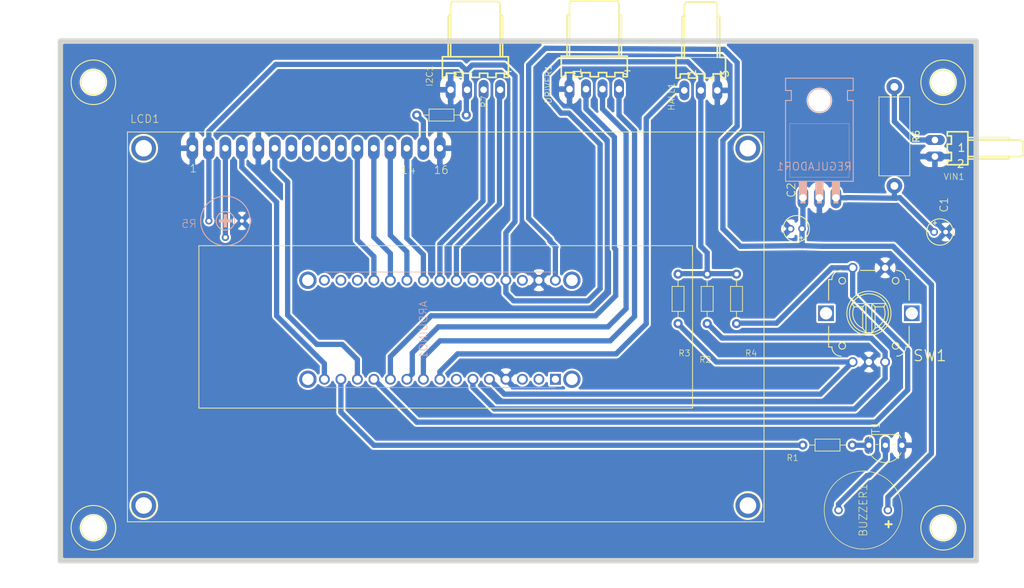
<source format=kicad_pcb>
(kicad_pcb (version 20171130) (host pcbnew 5.1.5-52549c5~84~ubuntu18.04.1)
  (layers (0 Top signal) (31 Bottom signal) (34 B.Paste user) (35 F.Paste user) (36 B.SilkS user) (37 F.SilkS user) (38 B.Mask user) (39 F.Mask user) (44 Edge.Cuts user))
  (net 0 "")
  (net 1 GND)
  (net 2 +5V)
  (net 3 +24V)
  (net 4 /E)
  (net 5 /D4)
  (net 6 /D5)
  (net 7 /D6)
  (net 8 /D7)
  (net 9 /BUZZ)
  (net 10 /RS)
  (net 11 /SW)
  (net 12 /ENA)
  (net 13 /DIR)
  (net 14 /PUL)
  (net 15 /HALL)
  (net 16 /DT)
  (net 17 /CLK)
  (net 18 "Net-(R1-Pad2)")
  (net 19 "Net-(BUZZER1-Pad2)")
  (net 20 "Net-(ARDUINO1-PadMH4)")
  (net 21 "Net-(ARDUINO1-PadMH3)")
  (net 22 "Net-(ARDUINO1-PadMH2)")
  (net 23 "Net-(ARDUINO1-PadMH1)")
  (net 24 "Net-(ARDUINO1-Pad30)")
  (net 25 "Net-(ARDUINO1-Pad29)")
  (net 26 "Net-(ARDUINO1-Pad28)")
  (net 27 "Net-(ARDUINO1-Pad21)")
  (net 28 "Net-(ARDUINO1-Pad20)")
  (net 29 "Net-(ARDUINO1-Pad18)")
  (net 30 "Net-(ARDUINO1-Pad7)")
  (net 31 "Net-(ARDUINO1-Pad3)")
  (net 32 "Net-(ARDUINO1-Pad2)")
  (net 33 "Net-(ARDUINO1-Pad1)")
  (net 34 "Net-(LCD1-Pad10)")
  (net 35 "Net-(LCD1-Pad9)")
  (net 36 "Net-(LCD1-Pad8)")
  (net 37 "Net-(LCD1-Pad7)")
  (net 38 "Net-(LCD1-Pad3)")
  (net 39 /SDA)
  (net 40 /SCL)
  (net 41 "Net-(LCD1-Pad15)")
  (net 42 +12V)
  (net 43 "Net-(R6-Pad1)")
  (module REES:TO92-ECB (layer Top) (at 205.0161 127.2286 180)
    (fp_text reference T1 (at 0.762 3.81 270) (layer F.SilkS) (effects (font (size 1.2065 1.2065) (thickness 0.12065)) (justify right bottom)))
    (fp_text value 2SC945 hide)
    (pad B thru_hole oval (at 2.54 0 270) (size 2.6256 1.3128) (drill 0.8128) (layers *.Cu *.Mask) (net 18 "Net-(R1-Pad2)"))
    (pad E thru_hole oval (at -2.54 0 270) (size 2.6256 1.3128) (drill 0.8128) (layers *.Cu *.Mask) (net 1 GND))
    (pad C thru_hole oval (at 0 0 270) (size 2.6256 1.3128) (drill 0.8128) (layers *.Cu *.Mask) (net 19 "Net-(BUZZER1-Pad2)"))
  )
  (module REES:E1,8-4 (layer Top) (at 191.3 93.9 180)
    (fp_text reference C2 (at 0.0762 4.699 270) (layer F.SilkS) (effects (font (size 1.2065 1.2065) (thickness 0.12065)) (justify left bottom)))
    (fp_text value 100n)
    (pad + thru_hole circle (at -0.889 0 180) (size 1.1684 1.1684) (drill 0.7112) (layers *.Cu *.Mask) (net 42 +12V))
    (pad - thru_hole circle (at 0.889 0 180) (size 1.1684 1.1684) (drill 0.7112) (layers *.Cu *.Mask) (net 1 GND))
  )
  (module REES:E1,8-4 (layer Top) (at 213.4 94.4)
    (fp_text reference C1 (at 1.3462 -2.921 -270) (layer F.SilkS) (effects (font (size 1.2065 1.2065) (thickness 0.12065)) (justify left bottom)))
    (fp_text value 330n)
    (pad + thru_hole circle (at -0.889 0) (size 1.1684 1.1684) (drill 0.7112) (layers *.Cu *.Mask) (net 3 +24V))
    (pad - thru_hole circle (at 0.889 0) (size 1.1684 1.1684) (drill 0.7112) (layers *.Cu *.Mask) (net 1 GND))
  )
  (module REES:7395-04 (layer Top) (at 141.9 72.5 180)
    (fp_text reference I2C1 (at 7.62 3.81 270) (layer F.SilkS) (effects (font (size 0.9652 0.9652) (thickness 0.09652)) (justify right top)))
    (fp_text value 22-?-0405-7048 hide)
    (fp_text user 1 (at 3.3259 3.4021 270) (layer F.SilkS) (effects (font (size 1.2065 1.2065) (thickness 0.1778)) (justify right top)))
    (fp_text user 4 (at -4.2433 3.2751 270) (layer F.SilkS) (effects (font (size 1.2065 1.2065) (thickness 0.1778)) (justify right top)))
    (pad 1 thru_hole oval (at 3.81 0 270) (size 3.032 1.516) (drill 1.016) (layers *.Cu *.Mask) (net 1 GND))
    (pad 2 thru_hole oval (at 1.27 0 270) (size 3.032 1.516) (drill 1.016) (layers *.Cu *.Mask) (net 2 +5V))
    (pad 3 thru_hole oval (at -1.27 0 270) (size 3.032 1.516) (drill 1.016) (layers *.Cu *.Mask) (net 39 /SDA))
    (pad 4 thru_hole oval (at -3.81 0 270) (size 3.032 1.516) (drill 1.016) (layers *.Cu *.Mask) (net 40 /SCL))
  )
  (module REES:7395-04 (layer Top) (at 160.2 72.4 180)
    (fp_text reference DRIVER1 (at 7.62 3.81 270) (layer F.SilkS) (effects (font (size 0.9652 0.9652) (thickness 0.09652)) (justify right top)))
    (fp_text value 22-?-0405-7048 hide)
    (fp_text user 4 (at -4.2433 3.2751 270) (layer F.SilkS) (effects (font (size 1.2065 1.2065) (thickness 0.1778)) (justify right top)))
    (fp_text user 1 (at 3.3259 3.4021 270) (layer F.SilkS) (effects (font (size 1.2065 1.2065) (thickness 0.1778)) (justify right top)))
    (pad 4 thru_hole oval (at -3.81 0 270) (size 3.032 1.516) (drill 1.016) (layers *.Cu *.Mask) (net 14 /PUL))
    (pad 3 thru_hole oval (at -1.27 0 270) (size 3.032 1.516) (drill 1.016) (layers *.Cu *.Mask) (net 13 /DIR))
    (pad 2 thru_hole oval (at 1.27 0 270) (size 3.032 1.516) (drill 1.016) (layers *.Cu *.Mask) (net 12 /ENA))
    (pad 1 thru_hole oval (at 3.81 0 270) (size 3.032 1.516) (drill 1.016) (layers *.Cu *.Mask) (net 1 GND))
  )
  (module REES:7395-03 (layer Top) (at 176.6 72.6 180)
    (fp_text reference HALL1 (at 5.08 1.27 270) (layer F.SilkS) (effects (font (size 0.9652 0.9652) (thickness 0.09652)) (justify right top)))
    (fp_text value 22-?-0305-7038 hide)
    (fp_text user 3 (at -2.9733 3.2751 270) (layer F.SilkS) (effects (font (size 1.2065 1.2065) (thickness 0.1778)) (justify right top)))
    (fp_text user 1 (at 2.0559 3.4021 270) (layer F.SilkS) (effects (font (size 1.2065 1.2065) (thickness 0.1778)) (justify right top)))
    (pad 3 thru_hole oval (at -2.54 0 270) (size 3.032 1.516) (drill 1.016) (layers *.Cu *.Mask) (net 1 GND))
    (pad 2 thru_hole oval (at 0 0 270) (size 3.032 1.516) (drill 1.016) (layers *.Cu *.Mask) (net 2 +5V))
    (pad 1 thru_hole oval (at 2.54 0 270) (size 3.032 1.516) (drill 1.016) (layers *.Cu *.Mask) (net 15 /HALL))
  )
  (module REES:7395-02 (layer Top) (at 212.6361 81.5086 90)
    (fp_text reference VIN1 (at -3.81 1.27 180) (layer F.SilkS) (effects (font (size 0.9652 0.9652) (thickness 0.09652)) (justify left top)))
    (fp_text value 22-?-0205-7028 hide)
    (fp_text user 2 (at -1.7033 3.2751) (layer F.SilkS) (effects (font (size 1.2065 1.2065) (thickness 0.1778)) (justify left top)))
    (fp_text user 1 (at 0.7859 3.4021) (layer F.SilkS) (effects (font (size 1.2065 1.2065) (thickness 0.1778)) (justify left top)))
    (pad 2 thru_hole oval (at -1.27 0 180) (size 3.032 1.516) (drill 1.016) (layers *.Cu *.Mask) (net 1 GND))
    (pad 1 thru_hole oval (at 1.27 0 180) (size 3.032 1.516) (drill 1.016) (layers *.Cu *.Mask) (net 43 "Net-(R6-Pad1)"))
  )
  (module REES:PEC12_INCREMENTAL_ENCODER (layer Top) (at 202.4761 106.9086)
    (fp_text reference SW1 (at 6.7 7.51) (layer F.SilkS) (effects (font (size 1.6891 1.6891) (thickness 0.16891)) (justify left bottom)))
    (fp_text value ENCODER_SW1-PEC12 hide)
    (pad GND@2 thru_hole rect (at 6.6 0) (size 2.4 2.4) (drill 1.9) (layers *.Cu *.Mask))
    (pad GND@1 thru_hole rect (at -6.6 0) (size 2.4 2.4) (drill 1.9) (layers *.Cu *.Mask))
    (pad B thru_hole circle (at 2.5 7.5) (size 1.5 1.5) (drill 1) (layers *.Cu *.Mask) (net 16 /DT))
    (pad C thru_hole circle (at 0 7.5) (size 1.5 1.5) (drill 1) (layers *.Cu *.Mask) (net 1 GND))
    (pad A thru_hole circle (at -2.5 7.5) (size 1.5 1.5) (drill 1) (layers *.Cu *.Mask) (net 17 /CLK))
    (pad P2 thru_hole circle (at 2.5 -7) (size 1.5 1.5) (drill 1) (layers *.Cu *.Mask) (net 1 GND))
    (pad P1 thru_hole circle (at -2.5 -7) (size 1.5 1.5) (drill 1) (layers *.Cu *.Mask) (net 11 /SW))
  )
  (module REES:RTRIM3339P (layer Bottom) (at 103.4161 92.6846 180)
    (fp_text reference R5 (at 6.833 -1.157) (layer B.SilkS) (effects (font (size 1.2065 1.2065) (thickness 0.09652)) (justify right bottom mirror)))
    (fp_text value 15k)
    (pad 3 thru_hole circle (at 2.54 0 180) (size 1.1096 1.1096) (drill 0.6096) (layers *.Cu *.Mask) (net 2 +5V))
    (pad 2 thru_hole circle (at 0 -2.54 180) (size 1.1096 1.1096) (drill 0.6096) (layers *.Cu *.Mask) (net 38 "Net-(LCD1-Pad3)"))
    (pad 1 thru_hole circle (at -2.54 0 180) (size 1.1096 1.1096) (drill 0.6096) (layers *.Cu *.Mask) (net 1 GND))
  )
  (module REES:TMB12A05 (layer Top) (at 205.4 137.2 90)
    (fp_text reference BUZZER1 (at 0 -3.8 90) (layer F.SilkS) (effects (font (size 1.2065 1.2065) (thickness 0.09652))))
    (fp_text value TMB12A05 hide)
    (pad 2 thru_hole circle (at 0 -7.6 90) (size 1.3 1.3) (drill 0.8) (layers *.Cu *.Mask) (net 19 "Net-(BUZZER1-Pad2)"))
    (pad 1 thru_hole circle (at 0 0 90) (size 1.3 1.3) (drill 0.8) (layers *.Cu *.Mask) (net 42 +12V))
  )
  (module REES:LINEAR_TO220H (layer Bottom) (at 194.8561 78.9686 180)
    (fp_text reference REGULADOR1 (at -5.08 -6.0452 180) (layer B.SilkS) (effects (font (size 1.2065 1.2065) (thickness 0.12065)) (justify left bottom mirror)))
    (fp_text value LINEAR_7812T hide)
    (pad "" np_thru_hole circle (at 0 4.826 180) (size 3.302 3.302) (drill 3.302) (layers *.Cu *.Mask))
    (pad 3 thru_hole oval (at 2.54 -10.16 90) (size 3.2352 1.6176) (drill 1.1176) (layers *.Cu *.Mask) (net 42 +12V))
    (pad 2 thru_hole oval (at 0 -10.16 90) (size 3.2352 1.6176) (drill 1.1176) (layers *.Cu *.Mask) (net 1 GND))
    (pad 1 thru_hole oval (at -2.54 -10.16 90) (size 3.2352 1.6176) (drill 1.1176) (layers *.Cu *.Mask) (net 3 +24V))
  )
  (module REES:ARDNANO30NP (layer Bottom) (at 154.2161 117.0686 90)
    (fp_text reference ARDUINO1 (at 7.62 -20.32 90) (layer B.SilkS) (effects (font (size 1.2065 1.2065) (thickness 0.09652)) (justify mirror)))
    (fp_text value ARD-NANO30NP hide)
    (pad MH4 thru_hole circle (at 15.24 2.54 90) (size 2.667 2.667) (drill 1.778) (layers *.Cu *.Mask) (net 20 "Net-(ARDUINO1-PadMH4)"))
    (pad MH3 thru_hole circle (at 15.24 -38.1 90) (size 2.667 2.667) (drill 1.778) (layers *.Cu *.Mask) (net 21 "Net-(ARDUINO1-PadMH3)"))
    (pad MH2 thru_hole circle (at 0 -38.1 90) (size 2.667 2.667) (drill 1.778) (layers *.Cu *.Mask) (net 22 "Net-(ARDUINO1-PadMH2)"))
    (pad MH1 thru_hole circle (at 0 2.54 90) (size 2.667 2.667) (drill 1.778) (layers *.Cu *.Mask) (net 23 "Net-(ARDUINO1-PadMH1)"))
    (pad 30 thru_hole circle (at 15.24 -35.56 90) (size 1.665 1.665) (drill 1.11) (layers *.Cu *.Mask) (net 24 "Net-(ARDUINO1-Pad30)"))
    (pad 29 thru_hole circle (at 15.24 -33.02 90) (size 1.665 1.665) (drill 1.11) (layers *.Cu *.Mask) (net 25 "Net-(ARDUINO1-Pad29)"))
    (pad 28 thru_hole circle (at 15.24 -30.48 90) (size 1.665 1.665) (drill 1.11) (layers *.Cu *.Mask) (net 26 "Net-(ARDUINO1-Pad28)"))
    (pad 27 thru_hole circle (at 15.24 -27.94 90) (size 1.665 1.665) (drill 1.11) (layers *.Cu *.Mask) (net 5 /D4))
    (pad 26 thru_hole circle (at 15.24 -25.4 90) (size 1.665 1.665) (drill 1.11) (layers *.Cu *.Mask) (net 6 /D5))
    (pad 25 thru_hole circle (at 15.24 -22.86 90) (size 1.665 1.665) (drill 1.11) (layers *.Cu *.Mask) (net 7 /D6))
    (pad 24 thru_hole circle (at 15.24 -20.32 90) (size 1.665 1.665) (drill 1.11) (layers *.Cu *.Mask) (net 8 /D7))
    (pad 23 thru_hole circle (at 15.24 -17.78 90) (size 1.665 1.665) (drill 1.11) (layers *.Cu *.Mask) (net 39 /SDA))
    (pad 22 thru_hole circle (at 15.24 -15.24 90) (size 1.665 1.665) (drill 1.11) (layers *.Cu *.Mask) (net 40 /SCL))
    (pad 21 thru_hole circle (at 15.24 -12.7 90) (size 1.665 1.665) (drill 1.11) (layers *.Cu *.Mask) (net 27 "Net-(ARDUINO1-Pad21)"))
    (pad 20 thru_hole circle (at 15.24 -10.16 90) (size 1.665 1.665) (drill 1.11) (layers *.Cu *.Mask) (net 28 "Net-(ARDUINO1-Pad20)"))
    (pad 19 thru_hole circle (at 15.24 -7.62 90) (size 1.665 1.665) (drill 1.11) (layers *.Cu *.Mask) (net 2 +5V))
    (pad 18 thru_hole circle (at 15.24 -5.08 90) (size 1.665 1.665) (drill 1.11) (layers *.Cu *.Mask) (net 29 "Net-(ARDUINO1-Pad18)"))
    (pad 17 thru_hole circle (at 15.24 -2.54 90) (size 1.665 1.665) (drill 1.11) (layers *.Cu *.Mask) (net 1 GND))
    (pad 16 thru_hole circle (at 15.24 0 90) (size 1.665 1.665) (drill 1.11) (layers *.Cu *.Mask) (net 42 +12V))
    (pad 15 thru_hole circle (at 0 -35.56 90) (size 1.665 1.665) (drill 1.11) (layers *.Cu *.Mask) (net 10 /RS))
    (pad 14 thru_hole circle (at 0 -33.02 90) (size 1.665 1.665) (drill 1.11) (layers *.Cu *.Mask) (net 9 /BUZZ))
    (pad 13 thru_hole circle (at 0 -30.48 90) (size 1.665 1.665) (drill 1.11) (layers *.Cu *.Mask) (net 4 /E))
    (pad 12 thru_hole circle (at 0 -27.94 90) (size 1.665 1.665) (drill 1.11) (layers *.Cu *.Mask) (net 11 /SW))
    (pad 11 thru_hole circle (at 0 -25.4 90) (size 1.665 1.665) (drill 1.11) (layers *.Cu *.Mask) (net 12 /ENA))
    (pad 10 thru_hole circle (at 0 -22.86 90) (size 1.665 1.665) (drill 1.11) (layers *.Cu *.Mask) (net 13 /DIR))
    (pad 9 thru_hole circle (at 0 -20.32 90) (size 1.665 1.665) (drill 1.11) (layers *.Cu *.Mask) (net 14 /PUL))
    (pad 8 thru_hole circle (at 0 -17.78 90) (size 1.665 1.665) (drill 1.11) (layers *.Cu *.Mask) (net 15 /HALL))
    (pad 7 thru_hole circle (at 0 -15.24 90) (size 1.665 1.665) (drill 1.11) (layers *.Cu *.Mask) (net 30 "Net-(ARDUINO1-Pad7)"))
    (pad 6 thru_hole circle (at 0 -12.7 90) (size 1.665 1.665) (drill 1.11) (layers *.Cu *.Mask) (net 16 /DT))
    (pad 5 thru_hole circle (at 0 -10.16 90) (size 1.665 1.665) (drill 1.11) (layers *.Cu *.Mask) (net 17 /CLK))
    (pad 4 thru_hole circle (at 0 -7.62 90) (size 1.665 1.665) (drill 1.11) (layers *.Cu *.Mask) (net 1 GND))
    (pad 3 thru_hole circle (at 0 -5.08 90) (size 1.665 1.665) (drill 1.11) (layers *.Cu *.Mask) (net 31 "Net-(ARDUINO1-Pad3)"))
    (pad 2 thru_hole circle (at 0 -2.54 90) (size 1.665 1.665) (drill 1.11) (layers *.Cu *.Mask) (net 32 "Net-(ARDUINO1-Pad2)"))
    (pad 1 thru_hole rect (at 0 0 90) (size 1.665 1.665) (drill 1.11) (layers *.Cu *.Mask) (net 33 "Net-(ARDUINO1-Pad1)"))
  )
  (module REES:L2034-T (layer Top) (at 136.4361 109.4486)
    (fp_text reference LCD1 (at -47.7469 -31.7571) (layer F.SilkS) (effects (font (size 1.2065 1.2065) (thickness 0.09652)) (justify left bottom)))
    (fp_text value L2034-T hide)
    (fp_text user 16 (at -1.0109 -23.8831) (layer F.SilkS) (effects (font (size 1.2065 1.2065) (thickness 0.1016)) (justify left bottom)))
    (fp_text user 14 (at -6.0909 -23.8831) (layer F.SilkS) (effects (font (size 1.2065 1.2065) (thickness 0.1016)) (justify left bottom)))
    (fp_text user 1 (at -38.6029 -24.1371) (layer F.SilkS) (effects (font (size 1.2065 1.2065) (thickness 0.1016)) (justify left bottom)))
    (pad P$4 thru_hole circle (at 47.4051 -27.9471) (size 3.81 3.81) (drill 2.54) (layers *.Cu *.Mask))
    (pad P$3 thru_hole circle (at 47.4151 27.0529) (size 3.81 3.81) (drill 2.54) (layers *.Cu *.Mask))
    (pad P$2 thru_hole circle (at -45.5949 27.0529) (size 3.81 3.81) (drill 2.54) (layers *.Cu *.Mask))
    (pad P$1 thru_hole circle (at -45.6049 -27.9371) (size 3.81 3.81) (drill 2.54) (layers *.Cu *.Mask))
    (pad 16 thru_hole oval (at -0.0076 -27.9471 270) (size 3.556 1.778) (drill 1.016) (layers *.Cu *.Mask) (net 1 GND))
    (pad 15 thru_hole oval (at -2.5476 -27.9471 270) (size 3.556 1.778) (drill 1.016) (layers *.Cu *.Mask) (net 41 "Net-(LCD1-Pad15)"))
    (pad 14 thru_hole oval (at -5.0876 -27.9471 270) (size 3.556 1.778) (drill 1.016) (layers *.Cu *.Mask) (net 8 /D7))
    (pad 13 thru_hole oval (at -7.6276 -27.9471 270) (size 3.556 1.778) (drill 1.016) (layers *.Cu *.Mask) (net 7 /D6))
    (pad 12 thru_hole oval (at -10.1676 -27.9471 270) (size 3.556 1.778) (drill 1.016) (layers *.Cu *.Mask) (net 6 /D5))
    (pad 11 thru_hole oval (at -12.7076 -27.9471 270) (size 3.556 1.778) (drill 1.016) (layers *.Cu *.Mask) (net 5 /D4))
    (pad 10 thru_hole oval (at -15.2476 -27.9471 270) (size 3.556 1.778) (drill 1.016) (layers *.Cu *.Mask) (net 34 "Net-(LCD1-Pad10)"))
    (pad 9 thru_hole oval (at -17.7876 -27.9471 270) (size 3.556 1.778) (drill 1.016) (layers *.Cu *.Mask) (net 35 "Net-(LCD1-Pad9)"))
    (pad 8 thru_hole oval (at -20.3276 -27.9471 270) (size 3.556 1.778) (drill 1.016) (layers *.Cu *.Mask) (net 36 "Net-(LCD1-Pad8)"))
    (pad 7 thru_hole oval (at -22.8676 -27.9471 270) (size 3.556 1.778) (drill 1.016) (layers *.Cu *.Mask) (net 37 "Net-(LCD1-Pad7)"))
    (pad 6 thru_hole oval (at -25.4076 -27.9471 270) (size 3.556 1.778) (drill 1.016) (layers *.Cu *.Mask) (net 4 /E))
    (pad 5 thru_hole oval (at -27.9476 -27.9471 270) (size 3.556 1.778) (drill 1.016) (layers *.Cu *.Mask) (net 1 GND))
    (pad 4 thru_hole oval (at -30.4876 -27.9471 270) (size 3.556 1.778) (drill 1.016) (layers *.Cu *.Mask) (net 10 /RS))
    (pad 3 thru_hole oval (at -33.0276 -27.9471 270) (size 3.556 1.778) (drill 1.016) (layers *.Cu *.Mask) (net 38 "Net-(LCD1-Pad3)"))
    (pad 2 thru_hole oval (at -35.5676 -27.9471 270) (size 3.556 1.778) (drill 1.016) (layers *.Cu *.Mask) (net 2 +5V))
    (pad 1 thru_hole oval (at -38.1076 -27.9471 270) (size 3.556 1.778) (drill 1.016) (layers *.Cu *.Mask) (net 1 GND))
  )
  (module Resistor_THT:R_Axial_DIN0204_L3.6mm_D1.6mm_P7.62mm_Horizontal (layer Top) (at 140.5 76.4 180)
    (fp_text reference R7 (at -3.3274 3.048 270) (layer F.SilkS) (effects (font (size 0.94107 0.94107) (thickness 0.094107)) (justify right bottom)))
    (fp_text value 10R)
    (pad 2 thru_hole oval (at 7.62 0 180) (size 1.4 1.4) (drill 0.7) (layers *.Cu *.Mask) (net 41 "Net-(LCD1-Pad15)"))
    (pad 1 thru_hole circle (at 0 0 180) (size 1.4 1.4) (drill 0.7) (layers *.Cu *.Mask) (net 2 +5V))
  )
  (module Resistor_THT:R_Axial_DIN0204_L3.6mm_D1.6mm_P7.62mm_Horizontal (layer Top) (at 192.3 127.2)
    (fp_text reference R1 (at -2.54 2.5146) (layer F.SilkS) (effects (font (size 0.94107 0.94107) (thickness 0.094107)) (justify left bottom)))
    (fp_text value 1k)
    (pad 2 thru_hole oval (at 7.62 0) (size 1.4 1.4) (drill 0.7) (layers *.Cu *.Mask) (net 18 "Net-(R1-Pad2)"))
    (pad 1 thru_hole circle (at 0 0) (size 1.4 1.4) (drill 0.7) (layers *.Cu *.Mask) (net 9 /BUZZ))
  )
  (module Resistor_THT:R_Axial_DIN0204_L3.6mm_D1.6mm_P7.62mm_Horizontal (layer Top) (at 177.5841 108.5 90)
    (fp_text reference R2 (at -6.096 -1.27) (layer F.SilkS) (effects (font (size 0.94107 0.94107) (thickness 0.094107)) (justify left bottom)))
    (fp_text value 10k)
    (pad 2 thru_hole oval (at 7.62 0 90) (size 1.4 1.4) (drill 0.7) (layers *.Cu *.Mask) (net 2 +5V))
    (pad 1 thru_hole circle (at 0 0 90) (size 1.4 1.4) (drill 0.7) (layers *.Cu *.Mask) (net 16 /DT))
  )
  (module Resistor_THT:R_Axial_DIN0204_L3.6mm_D1.6mm_P7.62mm_Horizontal (layer Top) (at 182.1 108.5 90)
    (fp_text reference R4 (at -5.1054 1.27) (layer F.SilkS) (effects (font (size 0.94107 0.94107) (thickness 0.094107)) (justify left bottom)))
    (fp_text value 10k)
    (pad 2 thru_hole oval (at 7.62 0 90) (size 1.4 1.4) (drill 0.7) (layers *.Cu *.Mask) (net 2 +5V))
    (pad 1 thru_hole circle (at 0 0 90) (size 1.4 1.4) (drill 0.7) (layers *.Cu *.Mask) (net 11 /SW))
  )
  (module Resistor_THT:R_Axial_DIN0204_L3.6mm_D1.6mm_P7.62mm_Horizontal (layer Top) (at 173.1 108.5 90)
    (fp_text reference R3 (at -5.1054 0) (layer F.SilkS) (effects (font (size 0.94107 0.94107) (thickness 0.094107)) (justify left bottom)))
    (fp_text value 10k)
    (pad 2 thru_hole oval (at 7.62 0 90) (size 1.4 1.4) (drill 0.7) (layers *.Cu *.Mask) (net 2 +5V))
    (pad 1 thru_hole circle (at 0 0 90) (size 1.4 1.4) (drill 0.7) (layers *.Cu *.Mask) (net 17 /CLK))
  )
  (module REES:HOLES_3,6 (layer Top) (at 83.0961 71.3486)
    (fp_text reference H1 hide)
    (fp_text value HOLES_MOUNT-HOLE3.6 hide)
    (pad "" np_thru_hole circle (at 0 0) (size 3.6 3.6) (drill 3.6) (layers *.Cu *.Mask))
  )
  (module REES:HOLES_3,6 (layer Top) (at 83.0961 139.9286)
    (fp_text reference H2 hide)
    (fp_text value HOLES_MOUNT-HOLE3.6 hide)
    (pad "" np_thru_hole circle (at 0 0) (size 3.6 3.6) (drill 3.6) (layers *.Cu *.Mask))
  )
  (module REES:HOLES_3,6 (layer Top) (at 213.9061 139.9286)
    (fp_text reference H3 hide)
    (fp_text value HOLES_MOUNT-HOLE3.6 hide)
    (pad "" np_thru_hole circle (at 0 0) (size 3.6 3.6) (drill 3.6) (layers *.Cu *.Mask))
  )
  (module REES:HOLES_3,6 (layer Top) (at 213.9061 71.3486)
    (fp_text reference H4 hide)
    (fp_text value HOLES_MOUNT-HOLE3.6 hide)
    (pad "" np_thru_hole circle (at 0 0) (size 3.6 3.6) (drill 3.6) (layers *.Cu *.Mask))
  )
  (module Resistor_THT:R_Axial_DIN0414_L11.9mm_D4.5mm_P15.24mm_Horizontal (layer Top) (at 206.4 72.06 270)
    (fp_text reference R6 (at 7.62 -3.37 90) (layer F.SilkS))
    (fp_text value 10R)
    (pad 1 thru_hole circle (at 0 0 270) (size 2.4 2.4) (drill 1.2) (layers *.Cu *.Mask) (net 43 "Net-(R6-Pad1)"))
    (pad 2 thru_hole oval (at 15.24 0 270) (size 2.4 2.4) (drill 1.2) (layers *.Cu *.Mask) (net 3 +24V))
  )
  (gr_text + (at 205.5 139.3) (layer F.SilkS) (effects (font (size 1.27 1.27) (thickness 0.3048))))
  (gr_line (start 218.9861 64.9986) (end 78.0161 64.9986) (layer Edge.Cuts) (width 0.8128))
  (gr_line (start 78.0161 64.9986) (end 78.0161 145.0086) (layer Edge.Cuts) (width 0.8128))
  (gr_line (start 78.0161 145.0086) (end 218.9861 145.0086) (layer Edge.Cuts) (width 0.8128))
  (gr_line (start 218.9861 145.0086) (end 218.9861 64.9986) (layer Edge.Cuts) (width 0.8128))
  (segment (start 100.8761 92.6846) (end 100.8761 81.5091) (width 0.8128) (layer Bottom) (net 2))
  (segment (start 100.8761 81.5091) (end 100.8685 81.5015) (width 0.8128) (layer Bottom) (net 2))
  (segment (start 140.53 71.9) (end 140.53 69.5712) (width 0.8128) (layer Bottom) (net 2))
  (segment (start 140.51 71.92) (end 140.53 71.9) (width 0.8128) (layer Bottom) (net 2))
  (segment (start 140.51 76.4) (end 140.51 71.92) (width 0.8128) (layer Bottom) (net 2))
  (segment (start 140.53 69.5712) (end 139.5588 68.6) (width 0.8128) (layer Bottom) (net 2))
  (segment (start 139.5588 68.6) (end 111.1792 68.6) (width 0.8128) (layer Bottom) (net 2))
  (segment (start 173.0121 100.8126) (end 177.5841 100.8126) (width 0.8128) (layer Bottom) (net 2))
  (segment (start 177.5841 100.8126) (end 182.1561 100.8126) (width 0.8128) (layer Bottom) (net 2))
  (segment (start 146.5961 101.8286) (end 146.5961 103.7961) (width 0.8128) (layer Bottom) (net 2))
  (segment (start 146.5961 103.7961) (end 147.8 105) (width 0.8128) (layer Bottom) (net 2))
  (segment (start 147.8 105) (end 159.2 105) (width 0.8128) (layer Bottom) (net 2))
  (segment (start 159.2 105) (end 161.1 103.1) (width 0.8128) (layer Bottom) (net 2))
  (segment (start 161.1 103.1) (end 161.1 80.9) (width 0.8128) (layer Bottom) (net 2))
  (segment (start 161.1 80.9) (end 156.3 76.1) (width 0.8128) (layer Bottom) (net 2))
  (segment (start 156.3 76.1) (end 155.1 76.1) (width 0.8128) (layer Bottom) (net 2))
  (segment (start 176.6 70.2) (end 176.6 72.6) (width 0.8128) (layer Bottom) (net 2))
  (segment (start 176.6 72.6) (end 176.6 96.6) (width 0.8128) (layer Bottom) (net 2))
  (segment (start 177.5841 97.5841) (end 177.5841 100.8126) (width 0.8128) (layer Bottom) (net 2))
  (segment (start 176.6 96.6) (end 177.5841 97.5841) (width 0.8128) (layer Bottom) (net 2))
  (segment (start 174.6 68.2) (end 154.9 68.2) (width 0.8128) (layer Bottom) (net 2))
  (segment (start 174.6 68.2) (end 176.6 70.2) (width 0.8128) (layer Bottom) (net 2))
  (segment (start 152.9 70.2) (end 152.9 73.5) (width 0.8128) (layer Bottom) (net 2))
  (segment (start 154.9 68.2) (end 152.9 70.2) (width 0.8128) (layer Bottom) (net 2))
  (segment (start 155.1 76.1) (end 152.9 73.5) (width 0.8128) (layer Bottom) (net 2))
  (segment (start 146.5961 94.5039) (end 146.5961 101.8286) (width 0.8128) (layer Bottom) (net 2))
  (segment (start 148 92.8) (end 146.5961 94.5039) (width 0.8128) (layer Bottom) (net 2))
  (segment (start 146.3 68.7) (end 148 70.4) (width 0.8128) (layer Bottom) (net 2))
  (segment (start 141.4012 68.7) (end 146.3 68.7) (width 0.8128) (layer Bottom) (net 2))
  (segment (start 148 70.4) (end 148 92.8) (width 0.8128) (layer Bottom) (net 2))
  (segment (start 140.53 69.5712) (end 141.4012 68.7) (width 0.8128) (layer Bottom) (net 2))
  (segment (start 100.8685 78.9107) (end 100.8685 81.5015) (width 0.8128) (layer Bottom) (net 2))
  (segment (start 111.1792 68.6) (end 100.8685 78.9107) (width 0.8128) (layer Bottom) (net 2))
  (segment (start 199.0177 89.1286) (end 199.0463 89.1) (width 0.8128) (layer Bottom) (net 3))
  (segment (start 197.3961 89.1286) (end 199.0177 89.1286) (width 0.8128) (layer Bottom) (net 3))
  (segment (start 207.211 89.1) (end 212.511 94.4) (width 0.8128) (layer Bottom) (net 3))
  (segment (start 206.6 89.197056) (end 206.6 89.2) (width 0.8128) (layer Bottom) (net 3))
  (segment (start 206.4 88.997056) (end 206.6 89.197056) (width 0.8128) (layer Bottom) (net 3))
  (segment (start 206.4 87.3) (end 206.4 88.997056) (width 0.8128) (layer Bottom) (net 3))
  (segment (start 199.0463 89.1) (end 206.6 89.2) (width 0.8128) (layer Bottom) (net 3))
  (segment (start 206.6 89.2) (end 207.211 89.1) (width 0.8128) (layer Bottom) (net 3))
  (segment (start 111.0285 84.7285) (end 113 86.7) (width 0.8128) (layer Bottom) (net 4))
  (segment (start 113 86.7) (end 113 107.2) (width 0.8128) (layer Bottom) (net 4))
  (segment (start 113 107.2) (end 117.5 111.7) (width 0.8128) (layer Bottom) (net 4))
  (segment (start 123.7361 114.0361) (end 123.7361 117.0686) (width 0.8128) (layer Bottom) (net 4))
  (segment (start 111.0285 81.5015) (end 111.0285 84.7285) (width 0.8128) (layer Bottom) (net 4))
  (segment (start 117.5 111.7) (end 121.4 111.7) (width 0.8128) (layer Bottom) (net 4))
  (segment (start 121.4 111.7) (end 123.7361 114.0361) (width 0.8128) (layer Bottom) (net 4))
  (segment (start 126.2761 98.1761) (end 126.2761 101.8286) (width 0.8128) (layer Bottom) (net 5))
  (segment (start 123.7285 81.5015) (end 123.7285 95.6285) (width 0.8128) (layer Bottom) (net 5))
  (segment (start 123.7285 95.6285) (end 126.2761 98.1761) (width 0.8128) (layer Bottom) (net 5))
  (segment (start 126.2685 81.5015) (end 126.2685 95.1685) (width 0.8128) (layer Bottom) (net 6))
  (segment (start 128.8161 97.7161) (end 128.8161 101.8286) (width 0.8128) (layer Bottom) (net 6))
  (segment (start 126.2685 95.1685) (end 128.8161 97.7161) (width 0.8128) (layer Bottom) (net 6))
  (segment (start 131.3561 97.4561) (end 131.3561 101.8286) (width 0.8128) (layer Bottom) (net 7))
  (segment (start 128.8085 81.5015) (end 128.8085 94.9085) (width 0.8128) (layer Bottom) (net 7))
  (segment (start 128.8085 94.9085) (end 131.3561 97.4561) (width 0.8128) (layer Bottom) (net 7))
  (segment (start 133.8961 100.651268) (end 133.8961 101.8286) (width 0.8128) (layer Bottom) (net 8))
  (segment (start 133.8961 97.8961) (end 133.8961 100.651268) (width 0.8128) (layer Bottom) (net 8))
  (segment (start 131.3485 95.3485) (end 133.8961 97.8961) (width 0.8128) (layer Bottom) (net 8))
  (segment (start 131.3485 81.5015) (end 131.3485 95.3485) (width 0.8128) (layer Bottom) (net 8))
  (segment (start 121.1961 117.0686) (end 121.1961 122.1486) (width 0.8128) (layer Bottom) (net 9))
  (segment (start 121.1961 122.1486) (end 126.2761 127.2286) (width 0.8128) (layer Bottom) (net 9))
  (segment (start 126.2761 127.2286) (end 192.3161 127.2286) (width 0.8128) (layer Bottom) (net 9))
  (segment (start 118.6561 117.0686) (end 118.6561 114.6561) (width 0.8128) (layer Bottom) (net 10))
  (segment (start 118.6561 114.6561) (end 111.3 107.3) (width 0.8128) (layer Bottom) (net 10))
  (segment (start 111.3 107.3) (end 111.3 89.8) (width 0.8128) (layer Bottom) (net 10))
  (segment (start 105.9485 84.4485) (end 105.9485 81.5015) (width 0.8128) (layer Bottom) (net 10))
  (segment (start 111.3 89.8) (end 105.9485 84.4485) (width 0.8128) (layer Bottom) (net 10))
  (segment (start 126.2761 117.0686) (end 132.8801 123.6726) (width 0.8128) (layer Bottom) (net 11))
  (segment (start 132.8801 123.6726) (end 203.4921 123.6726) (width 0.8128) (layer Bottom) (net 11))
  (segment (start 203.4921 123.6726) (end 208.4451 118.7196) (width 0.8128) (layer Bottom) (net 11))
  (segment (start 199.9761 99.9086) (end 199.9761 104.1546) (width 0.8128) (layer Bottom) (net 11))
  (segment (start 208.4451 112.6236) (end 208.4451 118.7196) (width 0.8128) (layer Bottom) (net 11))
  (segment (start 199.9761 104.1546) (end 208.4451 112.6236) (width 0.8128) (layer Bottom) (net 11))
  (segment (start 196.7761 99.9086) (end 188.2521 108.4326) (width 0.8128) (layer Bottom) (net 11))
  (segment (start 182.1561 108.4326) (end 188.2521 108.4326) (width 0.8128) (layer Bottom) (net 11))
  (segment (start 196.7761 99.9086) (end 199.9761 99.9086) (width 0.8128) (layer Bottom) (net 11))
  (segment (start 128.8161 117.0686) (end 128.8161 113.5839) (width 0.8128) (layer Bottom) (net 12))
  (segment (start 135.1 107.3) (end 160.4 107.3) (width 0.8128) (layer Bottom) (net 12))
  (segment (start 128.8161 113.5839) (end 135.1 107.3) (width 0.8128) (layer Bottom) (net 12))
  (segment (start 160.4 107.3) (end 163.5 104.2) (width 0.8128) (layer Bottom) (net 12))
  (segment (start 163.5 97.1) (end 163.3 96.9) (width 0.8128) (layer Bottom) (net 12))
  (segment (start 163.5 104.2) (end 163.5 97.1) (width 0.8128) (layer Bottom) (net 12))
  (segment (start 163.3 96.9) (end 163.3 79.8) (width 0.8128) (layer Bottom) (net 12))
  (segment (start 158.93 75.43) (end 158.93 72.4) (width 0.8128) (layer Bottom) (net 12))
  (segment (start 163.3 79.8) (end 158.93 75.43) (width 0.8128) (layer Bottom) (net 12))
  (segment (start 132.188599 116.236101) (end 132.188599 113.011401) (width 0.8128) (layer Bottom) (net 13))
  (segment (start 131.3561 117.0686) (end 132.188599 116.236101) (width 0.8128) (layer Bottom) (net 13))
  (segment (start 161.47 72.4) (end 161.47 75.450538) (width 0.8128) (layer Bottom) (net 13))
  (segment (start 161.47 75.450538) (end 165.1 79.080538) (width 0.8128) (layer Bottom) (net 13))
  (segment (start 165.1 79.080538) (end 165.1 106.2) (width 0.8128) (layer Bottom) (net 13))
  (segment (start 162.3 109) (end 136.2 109) (width 0.8128) (layer Bottom) (net 13))
  (segment (start 165.1 106.2) (end 162.3 109) (width 0.8128) (layer Bottom) (net 13))
  (segment (start 132.188599 113.011401) (end 136.2 109) (width 0.8128) (layer Bottom) (net 13))
  (segment (start 133.8961 113.7039) (end 133.8961 117.0686) (width 0.8128) (layer Bottom) (net 14))
  (segment (start 136.45 111.15) (end 133.8961 113.7039) (width 0.8128) (layer Bottom) (net 14))
  (segment (start 166.4 78.8) (end 164.01 76.41) (width 0.8128) (layer Bottom) (net 14))
  (segment (start 164.01 76.41) (end 164.01 72.4) (width 0.8128) (layer Bottom) (net 14))
  (segment (start 166.4 107.4) (end 166.4 78.8) (width 0.8128) (layer Bottom) (net 14))
  (segment (start 136.45 111.15) (end 162.65 111.15) (width 0.8128) (layer Bottom) (net 14))
  (segment (start 162.65 111.15) (end 166.4 107.4) (width 0.8128) (layer Bottom) (net 14))
  (segment (start 136.4361 117.0686) (end 136.4361 115.891268) (width 0.8128) (layer Bottom) (net 15))
  (segment (start 136.4361 115.891268) (end 139.163684 113.163684) (width 0.8128) (layer Bottom) (net 15))
  (segment (start 172.4892 72.6) (end 174.06 72.6) (width 0.8128) (layer Bottom) (net 15))
  (segment (start 168.2 108.527368) (end 168.2 76.8892) (width 0.8128) (layer Bottom) (net 15))
  (segment (start 163.563684 113.163684) (end 168.2 108.527368) (width 0.8128) (layer Bottom) (net 15))
  (segment (start 168.2 76.8892) (end 172.4892 72.6) (width 0.8128) (layer Bottom) (net 15))
  (segment (start 139.163684 113.163684) (end 163.563684 113.163684) (width 0.8128) (layer Bottom) (net 15))
  (segment (start 204.9761 114.4086) (end 204.9761 116.9486) (width 0.8128) (layer Bottom) (net 16))
  (segment (start 204.9761 116.9486) (end 200.2841 121.6406) (width 0.8128) (layer Bottom) (net 16))
  (segment (start 200.2841 121.6406) (end 144.8181 121.6406) (width 0.8128) (layer Bottom) (net 16))
  (segment (start 144.8181 121.6406) (end 141.5161 118.3386) (width 0.8128) (layer Bottom) (net 16))
  (segment (start 141.5161 118.3386) (end 141.5161 117.0686) (width 0.8128) (layer Bottom) (net 16))
  (segment (start 204.9761 114.4086) (end 204.9761 112.8846) (width 0.8128) (layer Bottom) (net 16))
  (segment (start 204.9761 112.8846) (end 202.8101 110.7186) (width 0.8128) (layer Bottom) (net 16))
  (segment (start 179.8701 110.7186) (end 177.5841 108.4326) (width 0.8128) (layer Bottom) (net 16))
  (segment (start 202.8101 110.7186) (end 179.8701 110.7186) (width 0.8128) (layer Bottom) (net 16))
  (segment (start 144.0561 117.0686) (end 146.3421 119.3546) (width 0.8128) (layer Bottom) (net 17))
  (segment (start 195.0301 119.3546) (end 199.9761 114.4086) (width 0.8128) (layer Bottom) (net 17))
  (segment (start 146.3421 119.3546) (end 195.0301 119.3546) (width 0.8128) (layer Bottom) (net 17))
  (segment (start 199.9761 114.4086) (end 178.9881 114.4086) (width 0.8128) (layer Bottom) (net 17))
  (segment (start 178.9881 114.4086) (end 173.0121 108.4326) (width 0.8128) (layer Bottom) (net 17))
  (segment (start 199.9361 127.2286) (end 202.4761 127.2286) (width 0.8128) (layer Bottom) (net 18))
  (segment (start 197.8 136.280762) (end 202.180762 131.9) (width 0.8128) (layer Bottom) (net 19))
  (segment (start 197.8 137.2) (end 197.8 136.280762) (width 0.8128) (layer Bottom) (net 19))
  (segment (start 205.0161 129.3542) (end 205.0161 127.2286) (width 0.8128) (layer Bottom) (net 19))
  (segment (start 202.180762 131.9) (end 202.4703 131.9) (width 0.8128) (layer Bottom) (net 19))
  (segment (start 202.4703 131.9) (end 205.0161 129.3542) (width 0.8128) (layer Bottom) (net 19))
  (segment (start 103.4161 95.2246) (end 103.4161 81.5091) (width 0.8128) (layer Bottom) (net 38))
  (segment (start 103.4161 81.5091) (end 103.4085 81.5015) (width 0.8128) (layer Bottom) (net 38))
  (segment (start 136.4361 101.8286) (end 136.4361 96.2639) (width 0.8128) (layer Bottom) (net 39))
  (segment (start 143.07 89.63) (end 143.07 71.9) (width 0.8128) (layer Bottom) (net 39))
  (segment (start 136.4361 96.2639) (end 143.07 89.63) (width 0.8128) (layer Bottom) (net 39))
  (segment (start 138.9761 101.8286) (end 138.9761 96.7239) (width 0.8128) (layer Bottom) (net 40))
  (segment (start 145.61 90.09) (end 145.61 71.9) (width 0.8128) (layer Bottom) (net 40))
  (segment (start 138.9761 96.7239) (end 145.61 90.09) (width 0.8128) (layer Bottom) (net 40))
  (segment (start 133.8885 77.3985) (end 132.89 76.4) (width 0.8128) (layer Bottom) (net 41))
  (segment (start 133.8885 81.5015) (end 133.8885 77.3985) (width 0.8128) (layer Bottom) (net 41))
  (segment (start 153.383601 95.583601) (end 150.1 92.3) (width 0.8128) (layer Bottom) (net 42))
  (segment (start 150.1 92.3) (end 150.1 68.7) (width 0.8128) (layer Bottom) (net 42))
  (segment (start 150.1 68.7) (end 152.68379 66.11621) (width 0.8128) (layer Bottom) (net 42))
  (segment (start 153.383601 95.583601) (end 153.383601 95.783601) (width 0.8128) (layer Bottom) (net 42))
  (segment (start 153.383601 95.783601) (end 154.3 96.7) (width 0.8128) (layer Bottom) (net 42))
  (segment (start 154.2161 96.7839) (end 154.2161 101.8286) (width 0.8128) (layer Bottom) (net 42))
  (segment (start 154.3 96.7) (end 154.2161 96.7839) (width 0.8128) (layer Bottom) (net 42))
  (segment (start 212.1 102.5) (end 206.2 96.6) (width 0.8128) (layer Bottom) (net 42))
  (segment (start 205.4 137.2) (end 205.4 135.2) (width 0.8128) (layer Bottom) (net 42))
  (segment (start 180 93.9) (end 182.7 96.6) (width 0.8128) (layer Bottom) (net 42))
  (segment (start 180 80.3) (end 180 93.9) (width 0.8128) (layer Bottom) (net 42))
  (segment (start 182.2 78.1) (end 180 80.3) (width 0.8128) (layer Bottom) (net 42))
  (segment (start 195.4 96.6) (end 206.2 96.6) (width 0.8128) (layer Bottom) (net 42))
  (segment (start 205.4 135.2) (end 212.1 128.5) (width 0.8128) (layer Bottom) (net 42))
  (segment (start 212.1 128.5) (end 212.1 102.5) (width 0.8128) (layer Bottom) (net 42))
  (segment (start 192.3161 93.7729) (end 192.189 93.9) (width 0.8128) (layer Bottom) (net 42))
  (segment (start 192.3161 89.1286) (end 192.3161 93.7729) (width 0.8128) (layer Bottom) (net 42))
  (segment (start 182.7 96.6) (end 192.2 96.5) (width 0.8128) (layer Bottom) (net 42))
  (segment (start 192.2 96.5) (end 195.4 96.6) (width 0.8128) (layer Bottom) (net 42))
  (segment (start 180.177444 66.277444) (end 182.2 68.3) (width 0.8128) (layer Bottom) (net 42))
  (segment (start 178.577444 66.277444) (end 180.177444 66.277444) (width 0.8128) (layer Bottom) (net 42))
  (segment (start 182.2 78.1) (end 182.2 68.3) (width 0.8128) (layer Bottom) (net 42))
  (segment (start 152.68379 66.11621) (end 178.577444 66.277444) (width 0.8128) (layer Bottom) (net 42))
  (segment (start 192.189 96.489) (end 192.189 93.9) (width 0.8128) (layer Bottom) (net 42))
  (segment (start 192.2 96.5) (end 192.189 96.489) (width 0.8128) (layer Bottom) (net 42))
  (segment (start 206.4 72.06) (end 206.4 77.4) (width 0.8128) (layer Bottom) (net 43))
  (segment (start 209.2386 80.2386) (end 212.6361 80.2386) (width 0.8128) (layer Bottom) (net 43))
  (segment (start 206.4 77.4) (end 209.2386 80.2386) (width 0.8128) (layer Bottom) (net 43))
  (zone (net 1) (net_name GND) (layer Bottom) (priority 6) (connect_pads (clearance 0.000001)) (min_thickness 0.4064) (fill yes (arc_segments 32) (thermal_gap 0.8628) (thermal_bridge_width 0.8628))
    (polygon (pts (xy 220.6625 149.225) (xy 68.7197 149.225) (xy 68.7197 62.0522) (xy 220.6625 62.0522)))
  )
)
</source>
